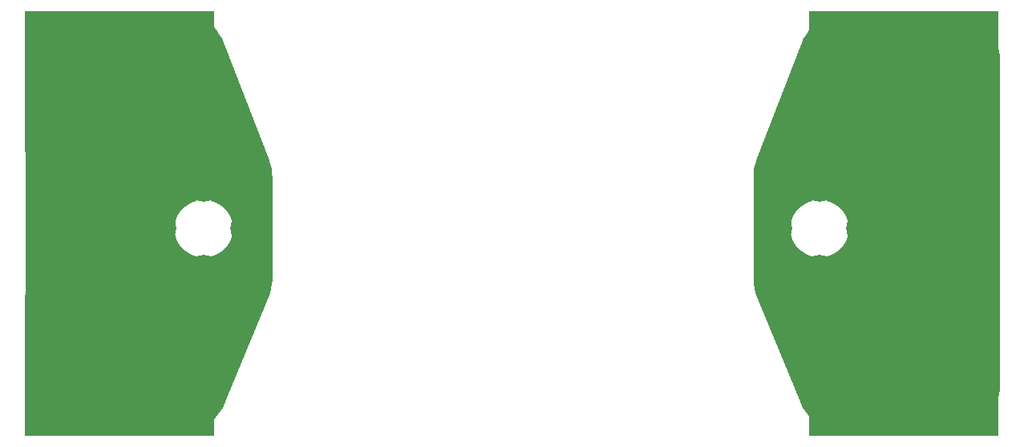
<source format=gbr>
G04 #@! TF.GenerationSoftware,KiCad,Pcbnew,(5.1.6)-1*
G04 #@! TF.CreationDate,2020-12-13T21:15:54+01:00*
G04 #@! TF.ProjectId,AR21_Battery_PCB,41523231-5f42-4617-9474-6572795f5043,rev?*
G04 #@! TF.SameCoordinates,Original*
G04 #@! TF.FileFunction,Copper,L2,Bot*
G04 #@! TF.FilePolarity,Positive*
%FSLAX46Y46*%
G04 Gerber Fmt 4.6, Leading zero omitted, Abs format (unit mm)*
G04 Created by KiCad (PCBNEW (5.1.6)-1) date 2020-12-13 21:15:54*
%MOMM*%
%LPD*%
G01*
G04 APERTURE LIST*
G04 #@! TA.AperFunction,SMDPad,CuDef*
%ADD10R,20.000000X15.000000*%
G04 #@! TD*
G04 #@! TA.AperFunction,ComponentPad*
%ADD11C,3.200000*%
G04 #@! TD*
G04 #@! TA.AperFunction,Conductor*
%ADD12C,0.254000*%
G04 #@! TD*
G04 APERTURE END LIST*
D10*
X99060000Y-86600000D03*
X99060000Y-116600000D03*
D11*
X103515000Y-97673000D03*
X107950000Y-97673000D03*
X112385000Y-97673000D03*
X103515000Y-102108000D03*
X112385000Y-102108000D03*
X103515000Y-106543000D03*
X107950000Y-106543000D03*
X112385000Y-106543000D03*
D10*
X181864000Y-86600000D03*
X181864000Y-116600000D03*
D11*
X168539000Y-97673000D03*
X172974000Y-97673000D03*
X177409000Y-97673000D03*
X168539000Y-102108000D03*
X177409000Y-102108000D03*
X168539000Y-106543000D03*
X172974000Y-106543000D03*
X177409000Y-106543000D03*
D12*
G36*
X105855524Y-79396007D02*
G01*
X106302177Y-79458440D01*
X106741149Y-79561901D01*
X107168675Y-79705504D01*
X107581089Y-79888017D01*
X107974876Y-80107884D01*
X108346638Y-80363210D01*
X108693202Y-80651814D01*
X109011604Y-80971226D01*
X109299104Y-81318702D01*
X109553253Y-81691276D01*
X109771865Y-82085748D01*
X109954253Y-82501438D01*
X114736145Y-94934357D01*
X114878265Y-95361391D01*
X114979979Y-95796814D01*
X115041352Y-96239722D01*
X115062000Y-96689297D01*
X115062000Y-107454873D01*
X115038132Y-107938153D01*
X114967218Y-108413640D01*
X114849796Y-108879828D01*
X114685946Y-109335130D01*
X110004922Y-120569586D01*
X109815997Y-120970864D01*
X109593048Y-121350956D01*
X109336665Y-121709365D01*
X109048962Y-122043134D01*
X108732282Y-122349550D01*
X108389208Y-122626110D01*
X108022560Y-122870543D01*
X107635331Y-123080852D01*
X107230670Y-123255327D01*
X106811924Y-123392525D01*
X106382489Y-123491333D01*
X105945870Y-123550946D01*
X105502797Y-123571000D01*
X94156769Y-123571000D01*
X93729308Y-123552336D01*
X93307832Y-123496849D01*
X92892802Y-123404838D01*
X92487380Y-123277009D01*
X92094625Y-123114325D01*
X91717566Y-122918040D01*
X91359032Y-122689629D01*
X91021770Y-122430839D01*
X90708354Y-122143646D01*
X90421161Y-121830230D01*
X90162371Y-121492968D01*
X89933960Y-121134434D01*
X89737675Y-120757375D01*
X89574991Y-120364620D01*
X89447162Y-119959198D01*
X89355151Y-119544168D01*
X89299664Y-119122692D01*
X89281000Y-118695231D01*
X89281000Y-101794305D01*
X104765000Y-101794305D01*
X104765000Y-102421695D01*
X104887398Y-103037030D01*
X105127489Y-103616663D01*
X105476049Y-104138319D01*
X105919681Y-104581951D01*
X106441337Y-104930511D01*
X107020970Y-105170602D01*
X107636305Y-105293000D01*
X108263695Y-105293000D01*
X108879030Y-105170602D01*
X109458663Y-104930511D01*
X109980319Y-104581951D01*
X110423951Y-104138319D01*
X110772511Y-103616663D01*
X111012602Y-103037030D01*
X111135000Y-102421695D01*
X111135000Y-101794305D01*
X111012602Y-101178970D01*
X110772511Y-100599337D01*
X110423951Y-100077681D01*
X109980319Y-99634049D01*
X109458663Y-99285489D01*
X108879030Y-99045398D01*
X108263695Y-98923000D01*
X107636305Y-98923000D01*
X107020970Y-99045398D01*
X106441337Y-99285489D01*
X105919681Y-99634049D01*
X105476049Y-100077681D01*
X105127489Y-100599337D01*
X104887398Y-101178970D01*
X104765000Y-101794305D01*
X89281000Y-101794305D01*
X89281000Y-84250769D01*
X89299664Y-83823308D01*
X89355151Y-83401832D01*
X89447162Y-82986802D01*
X89574991Y-82581380D01*
X89737675Y-82188625D01*
X89933960Y-81811566D01*
X90162371Y-81453032D01*
X90421161Y-81115770D01*
X90708354Y-80802354D01*
X91021770Y-80515161D01*
X91359032Y-80256371D01*
X91717566Y-80027960D01*
X92094625Y-79831675D01*
X92487380Y-79668991D01*
X92892802Y-79541162D01*
X93307832Y-79449151D01*
X93729308Y-79393664D01*
X94156769Y-79375000D01*
X105402064Y-79375000D01*
X105855524Y-79396007D01*
G37*
X105855524Y-79396007D02*
X106302177Y-79458440D01*
X106741149Y-79561901D01*
X107168675Y-79705504D01*
X107581089Y-79888017D01*
X107974876Y-80107884D01*
X108346638Y-80363210D01*
X108693202Y-80651814D01*
X109011604Y-80971226D01*
X109299104Y-81318702D01*
X109553253Y-81691276D01*
X109771865Y-82085748D01*
X109954253Y-82501438D01*
X114736145Y-94934357D01*
X114878265Y-95361391D01*
X114979979Y-95796814D01*
X115041352Y-96239722D01*
X115062000Y-96689297D01*
X115062000Y-107454873D01*
X115038132Y-107938153D01*
X114967218Y-108413640D01*
X114849796Y-108879828D01*
X114685946Y-109335130D01*
X110004922Y-120569586D01*
X109815997Y-120970864D01*
X109593048Y-121350956D01*
X109336665Y-121709365D01*
X109048962Y-122043134D01*
X108732282Y-122349550D01*
X108389208Y-122626110D01*
X108022560Y-122870543D01*
X107635331Y-123080852D01*
X107230670Y-123255327D01*
X106811924Y-123392525D01*
X106382489Y-123491333D01*
X105945870Y-123550946D01*
X105502797Y-123571000D01*
X94156769Y-123571000D01*
X93729308Y-123552336D01*
X93307832Y-123496849D01*
X92892802Y-123404838D01*
X92487380Y-123277009D01*
X92094625Y-123114325D01*
X91717566Y-122918040D01*
X91359032Y-122689629D01*
X91021770Y-122430839D01*
X90708354Y-122143646D01*
X90421161Y-121830230D01*
X90162371Y-121492968D01*
X89933960Y-121134434D01*
X89737675Y-120757375D01*
X89574991Y-120364620D01*
X89447162Y-119959198D01*
X89355151Y-119544168D01*
X89299664Y-119122692D01*
X89281000Y-118695231D01*
X89281000Y-101794305D01*
X104765000Y-101794305D01*
X104765000Y-102421695D01*
X104887398Y-103037030D01*
X105127489Y-103616663D01*
X105476049Y-104138319D01*
X105919681Y-104581951D01*
X106441337Y-104930511D01*
X107020970Y-105170602D01*
X107636305Y-105293000D01*
X108263695Y-105293000D01*
X108879030Y-105170602D01*
X109458663Y-104930511D01*
X109980319Y-104581951D01*
X110423951Y-104138319D01*
X110772511Y-103616663D01*
X111012602Y-103037030D01*
X111135000Y-102421695D01*
X111135000Y-101794305D01*
X111012602Y-101178970D01*
X110772511Y-100599337D01*
X110423951Y-100077681D01*
X109980319Y-99634049D01*
X109458663Y-99285489D01*
X108879030Y-99045398D01*
X108263695Y-98923000D01*
X107636305Y-98923000D01*
X107020970Y-99045398D01*
X106441337Y-99285489D01*
X105919681Y-99634049D01*
X105476049Y-100077681D01*
X105127489Y-100599337D01*
X104887398Y-101178970D01*
X104765000Y-101794305D01*
X89281000Y-101794305D01*
X89281000Y-84250769D01*
X89299664Y-83823308D01*
X89355151Y-83401832D01*
X89447162Y-82986802D01*
X89574991Y-82581380D01*
X89737675Y-82188625D01*
X89933960Y-81811566D01*
X90162371Y-81453032D01*
X90421161Y-81115770D01*
X90708354Y-80802354D01*
X91021770Y-80515161D01*
X91359032Y-80256371D01*
X91717566Y-80027960D01*
X92094625Y-79831675D01*
X92487380Y-79668991D01*
X92892802Y-79541162D01*
X93307832Y-79449151D01*
X93729308Y-79393664D01*
X94156769Y-79375000D01*
X105402064Y-79375000D01*
X105855524Y-79396007D01*
G36*
X187448692Y-79393664D02*
G01*
X187870168Y-79449151D01*
X188285198Y-79541162D01*
X188690620Y-79668991D01*
X189083375Y-79831675D01*
X189460434Y-80027960D01*
X189818968Y-80256371D01*
X190156230Y-80515161D01*
X190469646Y-80802354D01*
X190756839Y-81115770D01*
X191015629Y-81453032D01*
X191244040Y-81811566D01*
X191440325Y-82188625D01*
X191603009Y-82581380D01*
X191730838Y-82986802D01*
X191822849Y-83401832D01*
X191878336Y-83823308D01*
X191897000Y-84250769D01*
X191897000Y-118695231D01*
X191878336Y-119122692D01*
X191822849Y-119544168D01*
X191730838Y-119959198D01*
X191603009Y-120364620D01*
X191440325Y-120757375D01*
X191244040Y-121134434D01*
X191015629Y-121492968D01*
X190756839Y-121830230D01*
X190469646Y-122143646D01*
X190156230Y-122430839D01*
X189818968Y-122689629D01*
X189460434Y-122918040D01*
X189083375Y-123114325D01*
X188690620Y-123277009D01*
X188285198Y-123404838D01*
X187870168Y-123496849D01*
X187448692Y-123552336D01*
X187021231Y-123571000D01*
X175675203Y-123571000D01*
X175232130Y-123550946D01*
X174795511Y-123491333D01*
X174366076Y-123392525D01*
X173947330Y-123255327D01*
X173542669Y-123080852D01*
X173155440Y-122870543D01*
X172788792Y-122626110D01*
X172445718Y-122349550D01*
X172129038Y-122043134D01*
X171841335Y-121709365D01*
X171584952Y-121350956D01*
X171362003Y-120970864D01*
X171173078Y-120569586D01*
X166492054Y-109335130D01*
X166328204Y-108879828D01*
X166210782Y-108413640D01*
X166139868Y-107938153D01*
X166116000Y-107454873D01*
X166116000Y-101794305D01*
X169789000Y-101794305D01*
X169789000Y-102421695D01*
X169911398Y-103037030D01*
X170151489Y-103616663D01*
X170500049Y-104138319D01*
X170943681Y-104581951D01*
X171465337Y-104930511D01*
X172044970Y-105170602D01*
X172660305Y-105293000D01*
X173287695Y-105293000D01*
X173903030Y-105170602D01*
X174482663Y-104930511D01*
X175004319Y-104581951D01*
X175447951Y-104138319D01*
X175796511Y-103616663D01*
X176036602Y-103037030D01*
X176159000Y-102421695D01*
X176159000Y-101794305D01*
X176036602Y-101178970D01*
X175796511Y-100599337D01*
X175447951Y-100077681D01*
X175004319Y-99634049D01*
X174482663Y-99285489D01*
X173903030Y-99045398D01*
X173287695Y-98923000D01*
X172660305Y-98923000D01*
X172044970Y-99045398D01*
X171465337Y-99285489D01*
X170943681Y-99634049D01*
X170500049Y-100077681D01*
X170151489Y-100599337D01*
X169911398Y-101178970D01*
X169789000Y-101794305D01*
X166116000Y-101794305D01*
X166116000Y-96689297D01*
X166136648Y-96239722D01*
X166198021Y-95796814D01*
X166299735Y-95361391D01*
X166441855Y-94934357D01*
X171223747Y-82501438D01*
X171406135Y-82085748D01*
X171624747Y-81691276D01*
X171878896Y-81318702D01*
X172166396Y-80971226D01*
X172484798Y-80651814D01*
X172831362Y-80363210D01*
X173203124Y-80107884D01*
X173596911Y-79888017D01*
X174009325Y-79705504D01*
X174436851Y-79561901D01*
X174875823Y-79458440D01*
X175322476Y-79396007D01*
X175775936Y-79375000D01*
X187021231Y-79375000D01*
X187448692Y-79393664D01*
G37*
X187448692Y-79393664D02*
X187870168Y-79449151D01*
X188285198Y-79541162D01*
X188690620Y-79668991D01*
X189083375Y-79831675D01*
X189460434Y-80027960D01*
X189818968Y-80256371D01*
X190156230Y-80515161D01*
X190469646Y-80802354D01*
X190756839Y-81115770D01*
X191015629Y-81453032D01*
X191244040Y-81811566D01*
X191440325Y-82188625D01*
X191603009Y-82581380D01*
X191730838Y-82986802D01*
X191822849Y-83401832D01*
X191878336Y-83823308D01*
X191897000Y-84250769D01*
X191897000Y-118695231D01*
X191878336Y-119122692D01*
X191822849Y-119544168D01*
X191730838Y-119959198D01*
X191603009Y-120364620D01*
X191440325Y-120757375D01*
X191244040Y-121134434D01*
X191015629Y-121492968D01*
X190756839Y-121830230D01*
X190469646Y-122143646D01*
X190156230Y-122430839D01*
X189818968Y-122689629D01*
X189460434Y-122918040D01*
X189083375Y-123114325D01*
X188690620Y-123277009D01*
X188285198Y-123404838D01*
X187870168Y-123496849D01*
X187448692Y-123552336D01*
X187021231Y-123571000D01*
X175675203Y-123571000D01*
X175232130Y-123550946D01*
X174795511Y-123491333D01*
X174366076Y-123392525D01*
X173947330Y-123255327D01*
X173542669Y-123080852D01*
X173155440Y-122870543D01*
X172788792Y-122626110D01*
X172445718Y-122349550D01*
X172129038Y-122043134D01*
X171841335Y-121709365D01*
X171584952Y-121350956D01*
X171362003Y-120970864D01*
X171173078Y-120569586D01*
X166492054Y-109335130D01*
X166328204Y-108879828D01*
X166210782Y-108413640D01*
X166139868Y-107938153D01*
X166116000Y-107454873D01*
X166116000Y-101794305D01*
X169789000Y-101794305D01*
X169789000Y-102421695D01*
X169911398Y-103037030D01*
X170151489Y-103616663D01*
X170500049Y-104138319D01*
X170943681Y-104581951D01*
X171465337Y-104930511D01*
X172044970Y-105170602D01*
X172660305Y-105293000D01*
X173287695Y-105293000D01*
X173903030Y-105170602D01*
X174482663Y-104930511D01*
X175004319Y-104581951D01*
X175447951Y-104138319D01*
X175796511Y-103616663D01*
X176036602Y-103037030D01*
X176159000Y-102421695D01*
X176159000Y-101794305D01*
X176036602Y-101178970D01*
X175796511Y-100599337D01*
X175447951Y-100077681D01*
X175004319Y-99634049D01*
X174482663Y-99285489D01*
X173903030Y-99045398D01*
X173287695Y-98923000D01*
X172660305Y-98923000D01*
X172044970Y-99045398D01*
X171465337Y-99285489D01*
X170943681Y-99634049D01*
X170500049Y-100077681D01*
X170151489Y-100599337D01*
X169911398Y-101178970D01*
X169789000Y-101794305D01*
X166116000Y-101794305D01*
X166116000Y-96689297D01*
X166136648Y-96239722D01*
X166198021Y-95796814D01*
X166299735Y-95361391D01*
X166441855Y-94934357D01*
X171223747Y-82501438D01*
X171406135Y-82085748D01*
X171624747Y-81691276D01*
X171878896Y-81318702D01*
X172166396Y-80971226D01*
X172484798Y-80651814D01*
X172831362Y-80363210D01*
X173203124Y-80107884D01*
X173596911Y-79888017D01*
X174009325Y-79705504D01*
X174436851Y-79561901D01*
X174875823Y-79458440D01*
X175322476Y-79396007D01*
X175775936Y-79375000D01*
X187021231Y-79375000D01*
X187448692Y-79393664D01*
M02*

</source>
